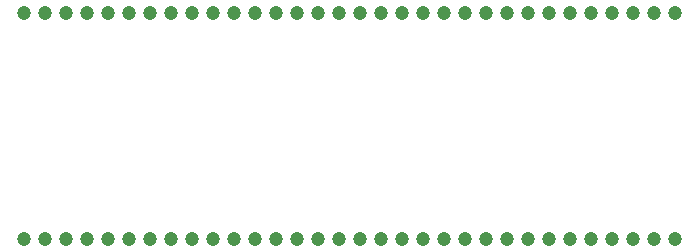
<source format=gbr>
%TF.GenerationSoftware,KiCad,Pcbnew,(5.1.10)-1*%
%TF.CreationDate,2023-11-11T20:16:55+01:00*%
%TF.ProjectId,tmp90x40-qfc2sdip,746d7039-3078-4343-902d-716663327364,rev?*%
%TF.SameCoordinates,Original*%
%TF.FileFunction,Soldermask,Bot*%
%TF.FilePolarity,Negative*%
%FSLAX46Y46*%
G04 Gerber Fmt 4.6, Leading zero omitted, Abs format (unit mm)*
G04 Created by KiCad (PCBNEW (5.1.10)-1) date 2023-11-11 20:16:55*
%MOMM*%
%LPD*%
G01*
G04 APERTURE LIST*
%ADD10C,1.200000*%
G04 APERTURE END LIST*
D10*
%TO.C,U2*%
X124810000Y-111150400D03*
X126590000Y-111150400D03*
X128370000Y-111150400D03*
X130150000Y-111150400D03*
X131930000Y-111150400D03*
X133710000Y-111150400D03*
X135490000Y-111150400D03*
X137270000Y-111150400D03*
X139050000Y-111150400D03*
X140830000Y-111150400D03*
X142610000Y-111150400D03*
X144390000Y-111150400D03*
X146170000Y-111150400D03*
X147950000Y-111150400D03*
X149730000Y-111150400D03*
X151510000Y-111150400D03*
X153290000Y-111150400D03*
X155070000Y-111150400D03*
X156850000Y-111150400D03*
X158630000Y-111150400D03*
X160410000Y-111150400D03*
X162190000Y-111150400D03*
X163970000Y-111150400D03*
X165750000Y-111150400D03*
X167530000Y-111150400D03*
X169310000Y-111150400D03*
X171090000Y-111150400D03*
X172870000Y-111150400D03*
X174650000Y-111150400D03*
X176430000Y-111150400D03*
X178210000Y-111150400D03*
X179990000Y-111150400D03*
X179990000Y-92049600D03*
X178210000Y-92049600D03*
X176430000Y-92049600D03*
X174650000Y-92049600D03*
X172870000Y-92049600D03*
X171090000Y-92049600D03*
X169310000Y-92049600D03*
X167530000Y-92049600D03*
X165750000Y-92049600D03*
X163970000Y-92049600D03*
X162190000Y-92049600D03*
X160410000Y-92049600D03*
X158630000Y-92049600D03*
X156850000Y-92049600D03*
X155070000Y-92049600D03*
X153290000Y-92049600D03*
X151510000Y-92049600D03*
X149730000Y-92049600D03*
X147950000Y-92049600D03*
X146170000Y-92049600D03*
X144390000Y-92049600D03*
X142610000Y-92049600D03*
X140830000Y-92049600D03*
X139050000Y-92049600D03*
X137270000Y-92049600D03*
X135490000Y-92049600D03*
X133710000Y-92049600D03*
X131930000Y-92049600D03*
X130150000Y-92049600D03*
X128370000Y-92049600D03*
X126590000Y-92049600D03*
X124810000Y-92049600D03*
%TD*%
M02*

</source>
